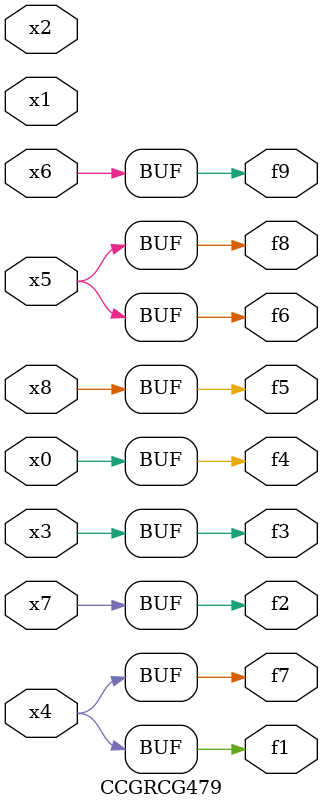
<source format=v>
module CCGRCG479(
	input x0, x1, x2, x3, x4, x5, x6, x7, x8,
	output f1, f2, f3, f4, f5, f6, f7, f8, f9
);
	assign f1 = x4;
	assign f2 = x7;
	assign f3 = x3;
	assign f4 = x0;
	assign f5 = x8;
	assign f6 = x5;
	assign f7 = x4;
	assign f8 = x5;
	assign f9 = x6;
endmodule

</source>
